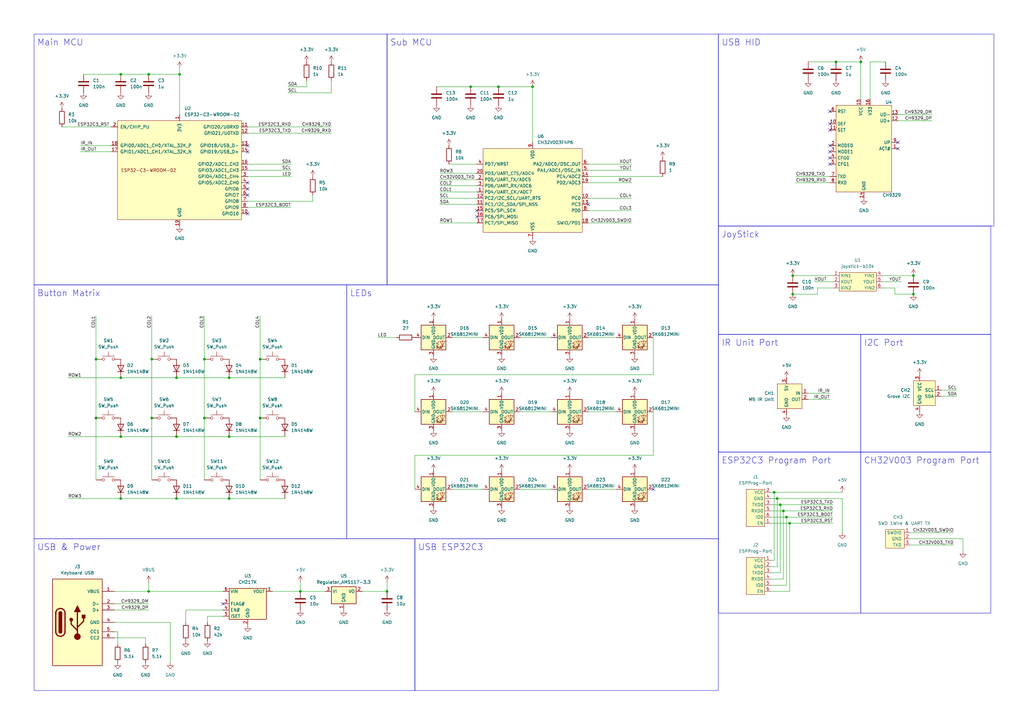
<source format=kicad_sch>
(kicad_sch (version 20230121) (generator eeschema)
  (paper "A3")
  (title_block (title "SparrowTV") (rev "1.1.0"))
  (junction (at 218.44 35.56))
  (junction (at 93.98 204.47))
  (junction (at 93.98 179.07))
  (junction (at 204.47 35.56))
  (junction (at 49.53 204.47))
  (junction (at 93.98 154.94))
  (junction (at 62.23 147.32))
  (junction (at 49.53 179.07))
  (junction (at 322.58 212.09))
  (junction (at 318.77 204.47))
  (junction (at 60.96 30.48))
  (junction (at 320.04 207.01))
  (junction (at 106.68 171.45))
  (junction (at 374.65 120.65))
  (junction (at 83.82 171.45))
  (junction (at 323.85 214.63))
  (junction (at 158.75 242.57))
  (junction (at 321.31 209.55))
  (junction (at 374.65 113.03))
  (junction (at 72.39 154.94))
  (junction (at 83.82 147.32))
  (junction (at 325.12 120.65))
  (junction (at 123.19 242.57))
  (junction (at 106.68 147.32))
  (junction (at 60.96 242.57))
  (junction (at 39.37 147.32))
  (junction (at 73.66 30.48))
  (junction (at 317.5 201.93))
  (junction (at 342.9 25.4))
  (junction (at 193.04 35.56))
  (junction (at 353.06 25.4))
  (junction (at 325.12 113.03))
  (junction (at 62.23 171.45))
  (junction (at 39.37 171.45))
  (junction (at 72.39 179.07))
  (junction (at 49.53 154.94))
  (junction (at 49.53 30.48))
  (junction (at 72.39 204.47))
  (no_connect (at 101.6 62.23))
  (no_connect (at 368.3 60.96))
  (no_connect (at 368.3 58.42))
  (no_connect (at 340.36 53.34))
  (no_connect (at 340.36 64.77))
  (no_connect (at 241.3 83.82))
  (no_connect (at 340.36 59.69))
  (no_connect (at 340.36 62.23))
  (no_connect (at 340.36 50.8))
  (no_connect (at 267.97 200.66))
  (no_connect (at 195.58 86.36))
  (no_connect (at 101.6 59.69))
  (no_connect (at 195.58 88.9))
  (no_connect (at 101.6 77.47))
  (no_connect (at 101.6 80.01))
  (no_connect (at 340.36 45.72))
  (no_connect (at 101.6 87.63))
  (no_connect (at 340.36 67.31))
  (no_connect (at 91.44 247.65))
  (no_connect (at 101.6 74.93))
  (wire (pts (xy 72.39 154.94) (xy 93.98 154.94)))
  (wire (pts (xy 33.02 59.69) (xy 45.72 59.69)))
  (wire (pts (xy 101.6 52.07) (xy 135.89 52.07)))
  (wire (pts (xy 180.34 76.2) (xy 195.58 76.2)))
  (wire (pts (xy 373.38 218.44) (xy 391.16 218.44)))
  (wire (pts (xy 241.3 74.93) (xy 259.08 74.93)))
  (wire (pts (xy 154.94 138.43) (xy 162.56 138.43)))
  (wire (pts (xy 101.6 54.61) (xy 135.89 54.61)))
  (wire (pts (xy 184.15 67.31) (xy 195.58 67.31)))
  (wire (pts (xy 368.3 49.53) (xy 382.27 49.53)))
  (wire (pts (xy 316.23 207.01) (xy 320.04 207.01)))
  (wire (pts (xy 60.96 238.76) (xy 60.96 242.57)))
  (wire (pts (xy 185.42 138.43) (xy 198.12 138.43)))
  (wire (pts (xy 76.2 250.19) (xy 91.44 250.19)))
  (wire (pts (xy 361.95 113.03) (xy 374.65 113.03)))
  (wire (pts (xy 180.34 81.28) (xy 195.58 81.28)))
  (wire (pts (xy 25.4 52.07) (xy 45.72 52.07)))
  (wire (pts (xy 135.89 38.1) (xy 135.89 33.02)))
  (wire (pts (xy 128.27 82.55) (xy 128.27 80.01)))
  (wire (pts (xy 373.38 223.52) (xy 391.16 223.52)))
  (wire (pts (xy 353.06 25.4) (xy 353.06 40.64)))
  (wire (pts (xy 316.23 237.49) (xy 321.31 237.49)))
  (wire (pts (xy 48.26 259.08) (xy 48.26 264.16)))
  (wire (pts (xy 335.28 120.65) (xy 325.12 120.65)))
  (wire (pts (xy 46.99 242.57) (xy 60.96 242.57)))
  (wire (pts (xy 386.08 160.02) (xy 392.43 160.02)))
  (wire (pts (xy 241.3 86.36) (xy 259.08 86.36)))
  (wire (pts (xy 218.44 35.56) (xy 204.47 35.56)))
  (wire (pts (xy 46.99 247.65) (xy 60.96 247.65)))
  (wire (pts (xy 342.9 25.4) (xy 353.06 25.4)))
  (wire (pts (xy 241.3 91.44) (xy 259.08 91.44)))
  (wire (pts (xy 39.37 129.54) (xy 39.37 147.32)))
  (wire (pts (xy 318.77 232.41) (xy 318.77 204.47)))
  (wire (pts (xy 83.82 171.45) (xy 83.82 196.85)))
  (wire (pts (xy 345.44 204.47) (xy 345.44 218.44)))
  (wire (pts (xy 323.85 214.63) (xy 341.63 214.63)))
  (wire (pts (xy 69.85 255.27) (xy 46.99 255.27)))
  (wire (pts (xy 204.47 35.56) (xy 193.04 35.56)))
  (wire (pts (xy 267.97 138.43) (xy 267.97 153.67)))
  (wire (pts (xy 39.37 171.45) (xy 39.37 196.85)))
  (wire (pts (xy 321.31 209.55) (xy 341.63 209.55)))
  (wire (pts (xy 123.19 238.76) (xy 123.19 242.57)))
  (wire (pts (xy 123.19 242.57) (xy 133.35 242.57)))
  (wire (pts (xy 361.95 115.57) (xy 369.57 115.57)))
  (wire (pts (xy 93.98 204.47) (xy 116.84 204.47)))
  (wire (pts (xy 180.34 71.12) (xy 195.58 71.12)))
  (wire (pts (xy 111.76 242.57) (xy 123.19 242.57)))
  (wire (pts (xy 335.28 118.11) (xy 335.28 120.65)))
  (wire (pts (xy 93.98 154.94) (xy 116.84 154.94)))
  (wire (pts (xy 83.82 147.32) (xy 83.82 171.45)))
  (wire (pts (xy 85.09 252.73) (xy 91.44 252.73)))
  (wire (pts (xy 316.23 212.09) (xy 322.58 212.09)))
  (wire (pts (xy 27.94 179.07) (xy 49.53 179.07)))
  (wire (pts (xy 34.29 30.48) (xy 49.53 30.48)))
  (wire (pts (xy 341.63 118.11) (xy 335.28 118.11)))
  (wire (pts (xy 62.23 129.54) (xy 62.23 147.32)))
  (wire (pts (xy 118.11 38.1) (xy 135.89 38.1)))
  (wire (pts (xy 317.5 201.93) (xy 345.44 201.93)))
  (wire (pts (xy 323.85 242.57) (xy 323.85 214.63)))
  (wire (pts (xy 62.23 171.45) (xy 62.23 196.85)))
  (wire (pts (xy 180.34 91.44) (xy 195.58 91.44)))
  (wire (pts (xy 316.23 214.63) (xy 323.85 214.63)))
  (wire (pts (xy 331.47 163.83) (xy 340.36 163.83)))
  (wire (pts (xy 93.98 179.07) (xy 116.84 179.07)))
  (wire (pts (xy 241.3 69.85) (xy 259.08 69.85)))
  (wire (pts (xy 316.23 229.87) (xy 317.5 229.87)))
  (wire (pts (xy 62.23 147.32) (xy 62.23 171.45)))
  (wire (pts (xy 213.36 168.91) (xy 226.06 168.91)))
  (wire (pts (xy 321.31 237.49) (xy 321.31 209.55)))
  (wire (pts (xy 49.53 154.94) (xy 72.39 154.94)))
  (wire (pts (xy 60.96 30.48) (xy 73.66 30.48)))
  (wire (pts (xy 213.36 200.66) (xy 226.06 200.66)))
  (wire (pts (xy 325.12 113.03) (xy 341.63 113.03)))
  (wire (pts (xy 316.23 201.93) (xy 317.5 201.93)))
  (wire (pts (xy 101.6 67.31) (xy 119.38 67.31)))
  (wire (pts (xy 267.97 186.69) (xy 170.18 186.69)))
  (wire (pts (xy 213.36 138.43) (xy 226.06 138.43)))
  (wire (pts (xy 267.97 168.91) (xy 267.97 186.69)))
  (wire (pts (xy 180.34 78.74) (xy 195.58 78.74)))
  (wire (pts (xy 49.53 179.07) (xy 72.39 179.07)))
  (wire (pts (xy 367.03 120.65) (xy 374.65 120.65)))
  (wire (pts (xy 60.96 30.48) (xy 49.53 30.48)))
  (wire (pts (xy 326.39 72.39) (xy 340.36 72.39)))
  (wire (pts (xy 320.04 207.01) (xy 341.63 207.01)))
  (wire (pts (xy 316.23 242.57) (xy 323.85 242.57)))
  (wire (pts (xy 33.02 62.23) (xy 45.72 62.23)))
  (wire (pts (xy 331.47 25.4) (xy 342.9 25.4)))
  (wire (pts (xy 241.3 81.28) (xy 259.08 81.28)))
  (wire (pts (xy 179.07 35.56) (xy 193.04 35.56)))
  (wire (pts (xy 83.82 129.54) (xy 83.82 147.32)))
  (wire (pts (xy 326.39 74.93) (xy 340.36 74.93)))
  (wire (pts (xy 60.96 242.57) (xy 91.44 242.57)))
  (wire (pts (xy 334.01 115.57) (xy 341.63 115.57)))
  (wire (pts (xy 73.66 27.94) (xy 73.66 30.48)))
  (wire (pts (xy 106.68 171.45) (xy 106.68 196.85)))
  (wire (pts (xy 101.6 72.39) (xy 119.38 72.39)))
  (wire (pts (xy 49.53 204.47) (xy 72.39 204.47)))
  (wire (pts (xy 241.3 138.43) (xy 252.73 138.43)))
  (wire (pts (xy 394.97 220.98) (xy 394.97 226.06)))
  (wire (pts (xy 185.42 168.91) (xy 198.12 168.91)))
  (wire (pts (xy 180.34 83.82) (xy 195.58 83.82)))
  (wire (pts (xy 101.6 85.09) (xy 119.38 85.09)))
  (wire (pts (xy 241.3 72.39) (xy 271.78 72.39)))
  (wire (pts (xy 394.97 220.98) (xy 373.38 220.98)))
  (wire (pts (xy 76.2 250.19) (xy 76.2 255.27)))
  (wire (pts (xy 101.6 82.55) (xy 128.27 82.55)))
  (wire (pts (xy 367.03 118.11) (xy 367.03 120.65)))
  (wire (pts (xy 125.73 33.02) (xy 125.73 35.56)))
  (wire (pts (xy 106.68 147.32) (xy 106.68 171.45)))
  (wire (pts (xy 46.99 261.62) (xy 59.69 261.62)))
  (wire (pts (xy 241.3 168.91) (xy 252.73 168.91)))
  (wire (pts (xy 267.97 153.67) (xy 170.18 153.67)))
  (wire (pts (xy 73.66 30.48) (xy 73.66 46.99)))
  (wire (pts (xy 317.5 229.87) (xy 317.5 201.93)))
  (wire (pts (xy 39.37 147.32) (xy 39.37 171.45)))
  (wire (pts (xy 320.04 234.95) (xy 320.04 207.01)))
  (wire (pts (xy 72.39 179.07) (xy 93.98 179.07)))
  (wire (pts (xy 46.99 259.08) (xy 48.26 259.08)))
  (wire (pts (xy 331.47 161.29) (xy 340.36 161.29)))
  (wire (pts (xy 158.75 238.76) (xy 158.75 242.57)))
  (wire (pts (xy 27.94 204.47) (xy 49.53 204.47)))
  (wire (pts (xy 316.23 240.03) (xy 322.58 240.03)))
  (wire (pts (xy 316.23 209.55) (xy 321.31 209.55)))
  (wire (pts (xy 218.44 35.56) (xy 218.44 58.42)))
  (wire (pts (xy 241.3 67.31) (xy 259.08 67.31)))
  (wire (pts (xy 316.23 234.95) (xy 320.04 234.95)))
  (wire (pts (xy 148.59 242.57) (xy 158.75 242.57)))
  (wire (pts (xy 386.08 162.56) (xy 392.43 162.56)))
  (wire (pts (xy 59.69 261.62) (xy 59.69 264.16)))
  (wire (pts (xy 27.94 154.94) (xy 49.53 154.94)))
  (wire (pts (xy 185.42 200.66) (xy 198.12 200.66)))
  (wire (pts (xy 356.87 25.4) (xy 363.22 25.4)))
  (wire (pts (xy 69.85 271.78) (xy 69.85 255.27)))
  (wire (pts (xy 322.58 212.09) (xy 341.63 212.09)))
  (wire (pts (xy 241.3 200.66) (xy 252.73 200.66)))
  (wire (pts (xy 316.23 204.47) (xy 318.77 204.47)))
  (wire (pts (xy 170.18 186.69) (xy 170.18 200.66)))
  (wire (pts (xy 170.18 153.67) (xy 170.18 168.91)))
  (wire (pts (xy 85.09 255.27) (xy 85.09 252.73)))
  (wire (pts (xy 368.3 46.99) (xy 382.27 46.99)))
  (wire (pts (xy 322.58 240.03) (xy 322.58 212.09)))
  (wire (pts (xy 316.23 232.41) (xy 318.77 232.41)))
  (wire (pts (xy 118.11 35.56) (xy 125.73 35.56)))
  (wire (pts (xy 318.77 204.47) (xy 345.44 204.47)))
  (wire (pts (xy 106.68 129.54) (xy 106.68 147.32)))
  (wire (pts (xy 180.34 73.66) (xy 195.58 73.66)))
  (wire (pts (xy 101.6 69.85) (xy 119.38 69.85)))
  (wire (pts (xy 72.39 204.47) (xy 93.98 204.47)))
  (wire (pts (xy 46.99 250.19) (xy 60.96 250.19)))
  (wire (pts (xy 361.95 118.11) (xy 367.03 118.11)))
  (wire (pts (xy 356.87 40.64) (xy 356.87 25.4)))
  (rectangle (start 13.97 13.97) (end 158.75 116.84))
  (rectangle (start 353.06 137.16) (end 406.4 185.42))
  (rectangle (start 142.24 116.84) (end 294.64 220.98))
  (rectangle (start 170.18 220.98) (end 294.64 283.21))
  (rectangle (start 13.97 116.84) (end 142.24 220.98))
  (rectangle (start 294.64 92.71) (end 406.4 137.16))
  (rectangle (start 158.75 13.97) (end 294.64 116.84))
  (rectangle (start 294.64 137.16) (end 353.06 185.42))
  (rectangle (start 294.64 185.42) (end 353.06 251.46))
  (rectangle (start 294.64 13.97) (end 407.67 92.71))
  (rectangle (start 13.97 220.98) (end 170.18 283.21))
  (rectangle (start 353.06 185.42) (end 406.4 251.46))
  (text "CH32V003 Program Port" (at 354.33 190.5 0) (effects (font (size 2.54 2.54)) (justify left bottom)))
  (text "LEDs" (at 143.51 121.92 0) (effects (font (size 2.54 2.54)) (justify left bottom)))
  (text "USB HID" (at 295.91 19.05 0) (effects (font (size 2.54 2.54)) (justify left bottom)))
  (text "Main MCU" (at 15.24 19.05 0) (effects (font (size 2.54 2.54)) (justify left bottom)))
  (text "IR Unit Port" (at 295.91 142.24 0) (effects (font (size 2.54 2.54)) (justify left bottom)))
  (text "USB & Power" (at 15.24 226.06 0) (effects (font (size 2.54 2.54)) (justify left bottom)))
  (text "USB ESP32C3" (at 171.45 226.06 0) (effects (font (size 2.54 2.54)) (justify left bottom)))
  (text "Sub MCU" (at 160.02 19.05 0) (effects (font (size 2.54 2.54)) (justify left bottom)))
  (text "ESP32C3 Program Port" (at 295.91 190.5 0) (effects (font (size 2.54 2.54)) (justify left bottom)))
  (text "I2C Port" (at 354.33 142.24 0) (effects (font (size 2.54 2.54)) (justify left bottom)))
  (text "Button Matrix" (at 15.24 121.92 0) (effects (font (size 2.54 2.54)) (justify left bottom)))
  (text "JoyStick" (at 295.91 97.79 0) (effects (font (size 2.54 2.54)) (justify left bottom)))
  (label "CH32V003_SWDIO" (at 259.08 91.44 180))
  (label "COL3" (at 83.82 129.54 270))
  (label "CH9329_DM" (at 60.96 247.65 180))
  (label "CH9329_DP" (at 382.27 49.53 180))
  (label "CH9329_TXD" (at 326.39 72.39 0))
  (label "SCL" (at 118.11 38.1 0))
  (label "IR_IN" (at 33.02 59.69 0))
  (label "ESP32C3_RST" (at 341.63 214.63 180))
  (label "CH9329_DP" (at 60.96 250.19 180))
  (label "CH32V003_SWDIO" (at 391.16 218.44 180))
  (label "IR_OUT" (at 340.36 163.83 180))
  (label "CH9329_RXD" (at 326.39 74.93 0))
  (label "IR_IN" (at 340.36 161.29 180))
  (label "ESP32C3_TXD" (at 341.63 207.01 180))
  (label "XOUT" (at 334.01 115.57 0))
  (label "ESP32C3_RST" (at 31.75 52.07 0))
  (label "YOUT" (at 369.57 115.57 180))
  (label "ROW2" (at 27.94 179.07 0))
  (label "COL2" (at 180.34 76.2 0))
  (label "COL2" (at 62.23 129.54 270))
  (label "ESP32C3_BOOT" (at 341.63 212.09 180))
  (label "ESP32C3_BOOT" (at 119.38 85.09 180))
  (label "IR_OUT" (at 33.02 62.23 0))
  (label "CH32V003_TXD" (at 391.16 223.52 180))
  (label "ROW2" (at 259.08 74.93 180))
  (label "ROW1" (at 180.34 91.44 0))
  (label "ROW1" (at 27.94 154.94 0))
  (label "YOUT" (at 259.08 69.85 180))
  (label "SDA" (at 180.34 83.82 0))
  (label "CH32V003_TXD" (at 180.34 73.66 0))
  (label "SDA" (at 119.38 67.31 180))
  (label "SDA" (at 392.43 162.56 180))
  (label "COL4" (at 259.08 81.28 180))
  (label "COL3" (at 259.08 86.36 180))
  (label "ESP32C3_TXD" (at 119.38 54.61 180))
  (label "LED" (at 154.94 138.43 0))
  (label "COL1" (at 180.34 78.74 0))
  (label "SCL" (at 119.38 69.85 180))
  (label "XOUT" (at 259.08 67.31 180))
  (label "ROW3" (at 27.94 204.47 0))
  (label "ROW3" (at 180.34 71.12 0))
  (label "COL4" (at 106.68 129.54 270))
  (label "SCL" (at 180.34 81.28 0))
  (label "CH9329_DM" (at 382.27 46.99 180))
  (label "CH9329_TXD" (at 135.89 52.07 180))
  (label "CH9329_RXD" (at 135.89 54.61 180))
  (label "ESP32C3_RXD" (at 119.38 52.07 180))
  (label "ESP32C3_RXD" (at 341.63 209.55 180))
  (label "LED" (at 119.38 72.39 180))
  (label "COL1" (at 39.37 129.54 270))
  (label "SCL" (at 392.43 160.02 180))
  (label "SDA" (at 118.11 35.56 0))
  (symbol (lib_id "power:GND") (at 85.09 262.89 0) (unit 1)
    (property "Reference" "#PWR02" (effects hide))
    (property "Value" "GND" (at 85.09 267.97 0))
  )
  (symbol (lib_id "Switch:SW_Push") (at 88.9 171.45 0) (unit 1)
    (property "Reference" "SW7" (at 88.9 163.83 0))
    (property "Value" "SW_Push" (at 88.9 166.37 0))
    (property "Footprint" "$sparrow62:Choc_1Side_1.0u" (effects hide))
  )
  (symbol (lib_id "power:GND") (at 48.26 271.78 0) (unit 1)
    (property "Reference" "#PWR065" (effects hide))
    (property "Value" "GND" (at 48.26 276.86 0))
  )
  (symbol (lib_id "Device:R") (at 166.37 138.43 270) (unit 1)
    (property "Reference" "R1" (at 166.37 132.08 90))
    (property "Value" "27" (at 166.37 134.62 90))
    (property "Footprint" "$74th:Register_0805_2012" (effects hide))
  )
  (symbol (lib_id "power:GND") (at 204.47 43.18 0) (unit 1)
    (property "Reference" "#PWR018" (effects hide))
    (property "Value" "GND" (at 204.47 48.26 0))
  )
  (symbol (lib_id "power:+3.3V") (at 73.66 27.94 0) (unit 1)
    (property "Reference" "#PWR060" (effects hide))
    (property "Value" "+3.3V" (at 73.66 22.86 0))
  )
  (symbol (lib_id "Device:C") (at 363.22 29.21 0) (unit 1)
    (property "Reference" "C4" (at 367.03 27.94 0) (effects (justify left)))
    (property "Value" "100n" (at 367.03 30.48 0) (effects (justify left)))
    (property "Footprint" "$74th:Capacitor_0805_2012" (effects hide))
  )
  (symbol (lib_id "power:+3.3V") (at 374.65 113.03 0) (unit 1)
    (property "Reference" "#PWR038" (effects hide))
    (property "Value" "+3.3V" (at 374.65 107.95 0))
  )
  (symbol (lib_id "$74th:SK6812MINI") (at 260.35 168.91 0) (unit 1)
    (property "Reference" "D17" (at 273.05 165.0239 0))
    (property "Value" "SK6812MINI" (at 273.05 167.5639 0))
    (property "Footprint" "$74th:YS-SK6812MINI-E-BACK-RIGHT" (effects hide))
    (property "Datasheet" "https://cdn-shop.adafruit.com/product-files/2686/SK6812MINI_REV.01-1-2.pdf" (effects hide))
  )
  (symbol (lib_id "power:GND") (at 345.44 218.44 0) (unit 1)
    (property "Reference" "#PWR07" (effects hide))
    (property "Value" "GND" (at 345.44 223.52 0))
  )
  (symbol (lib_id "$74th:SK6812MINI") (at 205.74 168.91 0) (unit 1)
    (property "Reference" "D19" (at 218.44 165.0239 0))
    (property "Value" "SK6812MINI" (at 218.44 167.5639 0))
    (property "Footprint" "$74th:YS-SK6812MINI-E-BACK-RIGHT" (effects hide))
    (property "Datasheet" "https://cdn-shop.adafruit.com/product-files/2686/SK6812MINI_REV.01-1-2.pdf" (effects hide))
  )
  (symbol (lib_id "$74th:SK6812MINI") (at 233.68 168.91 0) (unit 1)
    (property "Reference" "D18" (at 246.38 165.0239 0))
    (property "Value" "SK6812MINI" (at 246.38 167.5639 0))
    (property "Footprint" "$74th:YS-SK6812MINI-E-BACK-RIGHT" (effects hide))
    (property "Datasheet" "https://cdn-shop.adafruit.com/product-files/2686/SK6812MINI_REV.01-1-2.pdf" (effects hide))
  )
  (symbol (lib_id "Device:R") (at 59.69 267.97 0) (unit 1)
    (property "Reference" "R7" (at 62.23 266.7 0) (effects (justify left)))
    (property "Value" "5.1k" (at 62.23 269.24 0) (effects (justify left)))
    (property "Footprint" "$74th:Register_0805_2012" (effects hide))
  )
  (symbol (lib_id "power:+3.3V") (at 135.89 25.4 0) (unit 1)
    (property "Reference" "#PWR061" (effects hide))
    (property "Value" "+3.3V" (at 135.89 20.32 0))
  )
  (symbol (lib_id "power:GND") (at 377.19 168.91 0) (unit 1)
    (property "Reference" "#PWR042" (effects hide))
    (property "Value" "GND" (at 377.19 173.99 0))
  )
  (symbol (lib_id "power:+3.3V") (at 205.74 161.29 0) (unit 1)
    (property "Reference" "#PWR054" (effects hide))
    (property "Value" "+3.3V" (at 205.74 156.21 0))
  )
  (symbol (lib_id "power:GND") (at 76.2 262.89 0) (unit 1)
    (property "Reference" "#PWR01" (effects hide))
    (property "Value" "GND" (at 76.2 267.97 0))
  )
  (symbol (lib_id "power:+3.3V") (at 125.73 25.4 0) (unit 1)
    (property "Reference" "#PWR024" (effects hide))
    (property "Value" "+3.3V" (at 125.73 20.32 0))
  )
  (symbol (lib_id "Switch:SW_Push") (at 88.9 196.85 0) (unit 1)
    (property "Reference" "SW11" (at 88.9 189.23 0))
    (property "Value" "SW_Push" (at 88.9 191.77 0))
    (property "Footprint" "$sparrow62:Choc_1Side_1.0u" (effects hide))
  )
  (symbol (lib_id "power:+3.3V") (at 205.74 130.81 0) (unit 1)
    (property "Reference" "#PWR032" (effects hide))
    (property "Value" "+3.3V" (at 205.74 125.73 0))
  )
  (symbol (lib_id "power:GND") (at 60.96 38.1 0) (unit 1)
    (property "Reference" "#PWR022" (effects hide))
    (property "Value" "GND" (at 60.96 43.18 0))
  )
  (symbol (lib_id "power:GND") (at 233.68 176.53 0) (unit 1)
    (property "Reference" "#PWR027" (effects hide))
    (property "Value" "GND" (at 233.68 181.61 0))
  )
  (symbol (lib_id "power:GND") (at 177.8 208.28 0) (unit 1)
    (property "Reference" "#PWR017" (effects hide))
    (property "Value" "GND" (at 177.8 213.36 0))
  )
  (symbol (lib_id "Switch:SW_Push") (at 67.31 196.85 0) (unit 1)
    (property "Reference" "SW10" (at 67.31 189.23 0))
    (property "Value" "SW_Push" (at 67.31 191.77 0))
    (property "Footprint" "$sparrow62:Choc_1Side_1.0u" (effects hide))
  )
  (symbol (lib_id "$74th:M5_IR_Unit") (at 326.39 160.02 0) (unit 1)
    (property "Reference" "CH1" (at 317.5 161.29 0) (effects (justify right)))
    (property "Value" "M5 IR Unit" (at 317.5 163.83 0) (effects (justify right)))
    (property "Footprint" "$74th:HY2.0_Socket_SMD_4Pin" (effects hide))
  )
  (symbol (lib_id "power:+3.3V") (at 325.12 113.03 0) (unit 1)
    (property "Reference" "#PWR036" (effects hide))
    (property "Value" "+3.3V" (at 325.12 107.95 0))
  )
  (symbol (lib_id "power:GND") (at 177.8 176.53 0) (unit 1)
    (property "Reference" "#PWR015" (effects hide))
    (property "Value" "GND" (at 177.8 181.61 0))
  )
  (symbol (lib_id "Switch:SW_Push") (at 111.76 171.45 0) (unit 1)
    (property "Reference" "SW8" (at 111.76 163.83 0))
    (property "Value" "SW_Push" (at 111.76 166.37 0))
    (property "Footprint" "$sparrow62:Choc_1Side_1.0u" (effects hide))
  )
  (symbol (lib_id "Device:D") (at 49.53 151.13 90) (unit 1)
    (property "Reference" "D2" (at 52.07 149.86 90) (effects (justify right)))
    (property "Value" "1N4148W" (at 52.07 152.4 90) (effects (justify right)))
    (property "Footprint" "$sparrow62:D3_SMD_v2" (effects hide))
    (property "Sim.Device" "D" (effects hide))
    (property "Sim.Pins" "1=K 2=A" (effects hide))
  )
  (symbol (lib_id "Device:D") (at 116.84 175.26 90) (unit 1)
    (property "Reference" "D5" (at 119.38 173.99 90) (effects (justify right)))
    (property "Value" "1N4148W" (at 119.38 176.53 90) (effects (justify right)))
    (property "Footprint" "$sparrow62:D3_SMD_v2" (effects hide))
    (property "Sim.Device" "D" (effects hide))
    (property "Sim.Pins" "1=K 2=A" (effects hide))
  )
  (symbol (lib_id "$74th:SK6812MINI") (at 177.8 138.43 0) (unit 1)
    (property "Reference" "D16" (at 190.5 134.5439 0))
    (property "Value" "SK6812MINI" (at 190.5 137.0839 0))
    (property "Footprint" "$74th:YS-SK6812MINI-E-BACK-RIGHT" (effects hide))
    (property "Datasheet" "https://cdn-shop.adafruit.com/product-files/2686/SK6812MINI_REV.01-1-2.pdf" (effects hide))
  )
  (symbol (lib_id "Device:D") (at 93.98 200.66 90) (unit 1)
    (property "Reference" "D10" (at 96.52 199.39 90) (effects (justify right)))
    (property "Value" "1N4148W" (at 96.52 201.93 90) (effects (justify right)))
    (property "Footprint" "$sparrow62:D3_SMD_v2" (effects hide))
    (property "Sim.Device" "D" (effects hide))
    (property "Sim.Pins" "1=K 2=A" (effects hide))
  )
  (symbol (lib_id "Device:C") (at 158.75 246.38 0) (unit 1)
    (property "Reference" "C8" (at 162.56 245.11 0) (effects (justify left)))
    (property "Value" "10u" (at 162.56 247.65 0) (effects (justify left)))
    (property "Footprint" "$74th:Capacitor_0805_2012" (effects hide))
  )
  (symbol (lib_id "$74th:USB2.0_C_v3") (at 31.75 255.27 0) (unit 1)
    (property "Reference" "J3" (at 31.75 232.41 0))
    (property "Value" "Keyboard USB" (at 31.75 234.95 0))
    (property "Footprint" "$74th:USB-C-12-Pin-SMD" (effects hide))
    (property "Datasheet" "https://www.usb.org/sites/default/files/documents/usb_type-c.zip" (effects hide))
  )
  (symbol (lib_id "$74th:CH32V003-DubugPort") (at 367.03 220.98 0) (unit 1)
    (property "Reference" "CH3" (at 368.3 212.09 0))
    (property "Value" "SWD 1Wire & UART TX" (at 370.84 214.63 0))
    (property "Footprint" "$74th:CH32V003-DebugPort" (effects hide))
  )
  (symbol (lib_id "power:GND") (at 260.35 208.28 0) (unit 1)
    (property "Reference" "#PWR035" (effects hide))
    (property "Value" "GND" (at 260.35 213.36 0))
  )
  (symbol (lib_id "$74th:SK6812MINI") (at 233.68 138.43 0) (unit 1)
    (property "Reference" "D14" (at 246.38 134.5439 0))
    (property "Value" "SK6812MINI" (at 246.38 137.0839 0))
    (property "Footprint" "$74th:YS-SK6812MINI-E-BACK-RIGHT" (effects hide))
    (property "Datasheet" "https://cdn-shop.adafruit.com/product-files/2686/SK6812MINI_REV.01-1-2.pdf" (effects hide))
  )
  (symbol (lib_id "$74th:ESP-Prog-ProgramCOM-RECV") (at 309.88 204.47 0) (unit 1)
    (property "Reference" "J1" (at 309.88 195.58 0))
    (property "Value" "ESPProg-Port" (at 309.88 198.12 0))
    (property "Footprint" "$74th:BoxPinHeader_2x03_P1.27mm_Vertical" (effects hide))
  )
  (symbol (lib_id "power:GND") (at 34.29 38.1 0) (unit 1)
    (property "Reference" "#PWR026" (effects hide))
    (property "Value" "GND" (at 34.29 43.18 0))
  )
  (symbol (lib_id "power:GND") (at 325.12 120.65 0) (unit 1)
    (property "Reference" "#PWR037" (effects hide))
    (property "Value" "GND" (at 325.12 125.73 0))
  )
  (symbol (lib_id "Device:C") (at 123.19 246.38 0) (unit 1)
    (property "Reference" "C5" (at 127 245.11 0) (effects (justify left)))
    (property "Value" "10u" (at 127 247.65 0) (effects (justify left)))
    (property "Footprint" "$74th:Capacitor_0805_2012" (effects hide))
  )
  (symbol (lib_id "power:GND") (at 394.97 226.06 0) (unit 1)
    (property "Reference" "#PWR041" (effects hide))
    (property "Value" "GND" (at 394.97 231.14 0))
  )
  (symbol (lib_id "Device:R") (at 271.78 68.58 0) (unit 1)
    (property "Reference" "R9" (at 274.32 67.31 0) (effects (justify left)))
    (property "Value" "1" (at 274.32 69.85 0) (effects (justify left)))
    (property "Footprint" "$74th:Register_0805_2012" (effects hide))
  )
  (symbol (lib_id "power:GND") (at 177.8 146.05 0) (unit 1)
    (property "Reference" "#PWR013" (effects hide))
    (property "Value" "GND" (at 177.8 151.13 0))
  )
  (symbol (lib_id "Device:C") (at 34.29 34.29 0) (unit 1)
    (property "Reference" "C1" (at 38.1 33.02 0) (effects (justify left)))
    (property "Value" "100n" (at 38.1 35.56 0) (effects (justify left)))
    (property "Footprint" "$74th:Capacitor_0805_2012" (effects hide))
  )
  (symbol (lib_id "power:GND") (at 331.47 33.02 0) (unit 1)
    (property "Reference" "#PWR046" (effects hide))
    (property "Value" "GND" (at 331.47 38.1 0))
  )
  (symbol (lib_id "power:+3.3V") (at 177.8 193.04 0) (unit 1)
    (property "Reference" "#PWR057" (effects hide))
    (property "Value" "+3.3V" (at 177.8 187.96 0))
  )
  (symbol (lib_id "Device:D") (at 93.98 175.26 90) (unit 1)
    (property "Reference" "D8" (at 96.52 173.99 90) (effects (justify right)))
    (property "Value" "1N4148W" (at 96.52 176.53 90) (effects (justify right)))
    (property "Footprint" "$sparrow62:D3_SMD_v2" (effects hide))
    (property "Sim.Device" "D" (effects hide))
    (property "Sim.Pins" "1=K 2=A" (effects hide))
  )
  (symbol (lib_id "Device:R") (at 125.73 29.21 0) (unit 1)
    (property "Reference" "R10" (at 128.27 27.94 0) (effects (justify left)))
    (property "Value" "1k" (at 128.27 30.48 0) (effects (justify left)))
    (property "Footprint" "$74th:Register_0805_2012" (effects hide))
  )
  (symbol (lib_id "power:+3.3V") (at 25.4 44.45 0) (unit 1)
    (property "Reference" "#PWR064" (effects hide))
    (property "Value" "+3.3V" (at 25.4 39.37 0))
  )
  (symbol (lib_id "power:GND") (at 179.07 43.18 0) (unit 1)
    (property "Reference" "#PWR012" (effects hide))
    (property "Value" "GND" (at 179.07 48.26 0))
  )
  (symbol (lib_id "power:VBUS") (at 60.96 238.76 0) (unit 1)
    (property "Reference" "#PWR040" (effects hide))
    (property "Value" "VBUS" (at 60.96 233.68 0))
  )
  (symbol (lib_id "Device:R") (at 76.2 259.08 0) (unit 1)
    (property "Reference" "R4" (at 78.74 257.81 0) (effects (justify left)))
    (property "Value" "10k" (at 78.74 260.35 0) (effects (justify left)))
    (property "Footprint" "$74th:Register_0805_2012" (effects hide))
  )
  (symbol (lib_id "$74th:I2C_Grove_HostSide") (at 379.73 160.02 0) (unit 1)
    (property "Reference" "CH2" (at 373.38 160.02 0) (effects (justify right)))
    (property "Value" "Grove I2C" (at 373.38 162.56 0) (effects (justify right)))
    (property "Footprint" "$74th:HY2.0_Socket_SMD_4Pin" (effects hide))
  )
  (symbol (lib_id "Device:R") (at 25.4 48.26 0) (unit 1)
    (property "Reference" "R3" (at 27.94 46.99 0) (effects (justify left)))
    (property "Value" "10k" (at 27.94 49.53 0) (effects (justify left)))
    (property "Footprint" "$74th:Register_0805_2012" (effects hide))
  )
  (symbol (lib_id "Device:C") (at 374.65 116.84 0) (unit 1)
    (property "Reference" "C9" (at 378.46 115.5699 0) (effects (justify left)))
    (property "Value" "100n" (at 378.46 118.1099 0) (effects (justify left)))
    (property "Footprint" "$74th:Capacitor_0805_2012" (effects hide))
  )
  (symbol (lib_id "$74th:CH32V003F4P6") (at 218.44 85.09 0) (unit 1)
    (property "Reference" "U6" (at 220.3959 55.88 0) (effects (justify left)))
    (property "Value" "CH32V003F4P6" (at 220.3959 58.42 0) (effects (justify left)))
    (property "Footprint" "Package_SO:TSSOP-20_4.4x6.5mm_P0.65mm" (effects hide))
  )
  (symbol (lib_id "power:+3.3V") (at 233.68 193.04 0) (unit 1)
    (property "Reference" "#PWR059" (effects hide))
    (property "Value" "+3.3V" (at 233.68 187.96 0))
  )
  (symbol (lib_id "power:+3.3V") (at 177.8 161.29 0) (unit 1)
    (property "Reference" "#PWR053" (effects hide))
    (property "Value" "+3.3V" (at 177.8 156.21 0))
  )
  (symbol (lib_id "power:+3.3V") (at 260.35 193.04 0) (unit 1)
    (property "Reference" "#PWR072" (effects hide))
    (property "Value" "+3.3V" (at 260.35 187.96 0))
  )
  (symbol (lib_id "Device:R") (at 135.89 29.21 0) (unit 1)
    (property "Reference" "R11" (at 138.43 27.94 0) (effects (justify left)))
    (property "Value" "1k" (at 138.43 30.48 0) (effects (justify left)))
    (property "Footprint" "$74th:Register_0805_2012" (effects hide))
  )
  (symbol (lib_id "power:+3.3V") (at 377.19 153.67 0) (unit 1)
    (property "Reference" "#PWR043" (effects hide))
    (property "Value" "+3.3V" (at 377.19 148.59 0))
  )
  (symbol (lib_id "Device:C") (at 60.96 34.29 0) (unit 1)
    (property "Reference" "C3" (at 64.77 33.02 0) (effects (justify left)))
    (property "Value" "1u" (at 64.77 35.56 0) (effects (justify left)))
    (property "Footprint" "$74th:Capacitor_0805_2012" (effects hide))
  )
  (symbol (lib_id "power:GND") (at 158.75 250.19 0) (unit 1)
    (property "Reference" "#PWR051" (effects hide))
    (property "Value" "GND" (at 158.75 255.27 0))
  )
  (symbol (lib_id "power:GND") (at 49.53 38.1 0) (unit 1)
    (property "Reference" "#PWR020" (effects hide))
    (property "Value" "GND" (at 49.53 43.18 0))
  )
  (symbol (lib_id "$74th:ESP-Prog-ProgramCOM-RECV-Straight") (at 309.88 232.41 0) (unit 1)
    (property "Reference" "J2" (at 309.88 223.52 0))
    (property "Value" "ESPProg-Port" (at 309.88 226.06 0))
    (property "Footprint" "$74th:6Pin" (effects hide))
  )
  (symbol (lib_id "power:+3.3V") (at 233.68 130.81 0) (unit 1)
    (property "Reference" "#PWR034" (effects hide))
    (property "Value" "+3.3V" (at 233.68 125.73 0))
  )
  (symbol (lib_id "Device:C") (at 331.47 29.21 0) (unit 1)
    (property "Reference" "C6" (at 335.28 27.94 0) (effects (justify left)))
    (property "Value" "100n" (at 335.28 30.48 0) (effects (justify left)))
    (property "Footprint" "$74th:Capacitor_0805_2012" (effects hide))
  )
  (symbol (lib_id "Device:D") (at 72.39 200.66 90) (unit 1)
    (property "Reference" "D11" (at 74.93 199.39 90) (effects (justify right)))
    (property "Value" "1N4148W" (at 74.93 201.93 90) (effects (justify right)))
    (property "Footprint" "$sparrow62:D3_SMD_v2" (effects hide))
    (property "Sim.Device" "D" (effects hide))
    (property "Sim.Pins" "1=K 2=A" (effects hide))
  )
  (symbol (lib_id "power:+5V") (at 345.44 201.93 0) (unit 1)
    (property "Reference" "#PWR05" (effects hide))
    (property "Value" "+5V" (at 345.44 196.85 0))
  )
  (symbol (lib_id "Device:C") (at 193.04 39.37 0) (unit 1)
    (property "Reference" "C11" (at 196.85 38.1 0) (effects (justify left)))
    (property "Value" "100n" (at 196.85 40.64 0) (effects (justify left)))
    (property "Footprint" "$74th:Capacitor_0805_2012" (effects hide))
  )
  (symbol (lib_id "$74th:SK6812MINI") (at 177.8 168.91 0) (unit 1)
    (property "Reference" "D20" (at 190.5 165.0239 0))
    (property "Value" "SK6812MINI" (at 190.5 167.5639 0))
    (property "Footprint" "$74th:YS-SK6812MINI-E-BACK-RIGHT" (effects hide))
    (property "Datasheet" "https://cdn-shop.adafruit.com/product-files/2686/SK6812MINI_REV.01-1-2.pdf" (effects hide))
  )
  (symbol (lib_id "$74th:ESP32-C3-WROOM-02") (at 73.66 69.85 0) (unit 1)
    (property "Reference" "U2" (at 75.6159 44.45 0) (effects (justify left)))
    (property "Value" "ESP32-C3-WROOM-02" (at 75.6159 46.99 0) (effects (justify left)))
    (property "Footprint" "$74th-imported:ESP32-C3-WROOM-02" (effects hide))
    (property "Datasheet" "https://www.espressif.com/sites/default/files/documentation/esp32-c3-wroom-02_datasheet_en.pdf" (effects hide))
  )
  (symbol (lib_id "power:+5V") (at 322.58 154.94 0) (unit 1)
    (property "Reference" "#PWR010" (effects hide))
    (property "Value" "+5V" (at 322.58 149.86 0))
  )
  (symbol (lib_id "Device:C") (at 179.07 39.37 0) (unit 1)
    (property "Reference" "C13" (at 182.88 38.1 0) (effects (justify left)))
    (property "Value" "100n" (at 182.88 40.64 0) (effects (justify left)))
    (property "Footprint" "$74th:Capacitor_0805_2012" (effects hide))
  )
  (symbol (lib_id "$74th:Regulator_AMS117-3.3_SOT223") (at 140.97 242.57 0) (unit 1)
    (property "Reference" "U5" (at 140.97 236.22 0))
    (property "Value" "Regulator_AMS117-3.3" (at 140.97 238.76 0))
    (property "Footprint" "Package_TO_SOT_SMD:SOT-223-3_TabPin2" (effects hide))
  )
  (symbol (lib_id "power:GND") (at 101.6 256.54 0) (unit 1)
    (property "Reference" "#PWR067" (effects hide))
    (property "Value" "GND" (at 101.6 261.62 0))
  )
  (symbol (lib_id "Switch:SW_Push") (at 111.76 196.85 0) (unit 1)
    (property "Reference" "SW12" (at 111.76 189.23 0))
    (property "Value" "SW_Push" (at 111.76 191.77 0))
    (property "Footprint" "$sparrow62:Choc_1Side_1.0u" (effects hide))
  )
  (symbol (lib_id "power:+3.3V") (at 184.15 59.69 0) (unit 1)
    (property "Reference" "#PWR08" (effects hide))
    (property "Value" "+3.3V" (at 184.15 54.61 0))
  )
  (symbol (lib_id "$74th:SK6812MINI") (at 233.68 200.66 0) (unit 1)
    (property "Reference" "D23" (at 246.38 196.7739 0))
    (property "Value" "SK6812MINI" (at 246.38 199.3139 0))
    (property "Footprint" "$74th:YS-SK6812MINI-E-BACK-RIGHT" (effects hide))
    (property "Datasheet" "https://cdn-shop.adafruit.com/product-files/2686/SK6812MINI_REV.01-1-2.pdf" (effects hide))
  )
  (symbol (lib_id "power:+3.3V") (at 177.8 130.81 0) (unit 1)
    (property "Reference" "#PWR030" (effects hide))
    (property "Value" "+3.3V" (at 177.8 125.73 0))
  )
  (symbol (lib_id "power:+5V") (at 353.06 25.4 0) (unit 1)
    (property "Reference" "#PWR044" (effects hide))
    (property "Value" "+5V" (at 353.06 20.32 0))
  )
  (symbol (lib_id "power:GND") (at 59.69 271.78 0) (unit 1)
    (property "Reference" "#PWR066" (effects hide))
    (property "Value" "GND" (at 59.69 276.86 0))
  )
  (symbol (lib_id "power:+3.3V") (at 260.35 161.29 0) (unit 1)
    (property "Reference" "#PWR056" (effects hide))
    (property "Value" "+3.3V" (at 260.35 156.21 0))
  )
  (symbol (lib_id "power:GND") (at 233.68 208.28 0) (unit 1)
    (property "Reference" "#PWR033" (effects hide))
    (property "Value" "GND" (at 233.68 213.36 0))
  )
  (symbol (lib_id "power:+5V") (at 123.19 238.76 0) (unit 1)
    (property "Reference" "#PWR050" (effects hide))
    (property "Value" "+5V" (at 123.19 233.68 0))
  )
  (symbol (lib_id "Device:D") (at 116.84 151.13 90) (unit 1)
    (property "Reference" "D1" (at 119.38 149.86 90) (effects (justify right)))
    (property "Value" "1N4148W" (at 119.38 152.4 90) (effects (justify right)))
    (property "Footprint" "$sparrow62:D3_SMD_v2" (effects hide))
    (property "Sim.Device" "D" (effects hide))
    (property "Sim.Pins" "1=K 2=A" (effects hide))
  )
  (symbol (lib_id "power:GND") (at 363.22 33.02 0) (unit 1)
    (property "Reference" "#PWR047" (effects hide))
    (property "Value" "GND" (at 363.22 38.1 0))
  )
  (symbol (lib_id "power:GND") (at 205.74 146.05 0) (unit 1)
    (property "Reference" "#PWR019" (effects hide))
    (property "Value" "GND" (at 205.74 151.13 0))
  )
  (symbol (lib_id "power:GND") (at 73.66 92.71 0) (unit 1)
    (property "Reference" "#PWR04" (effects hide))
    (property "Value" "GND" (at 73.66 97.79 0))
  )
  (symbol (lib_id "power:GND") (at 69.85 271.78 0) (unit 1)
    (property "Reference" "#PWR068" (effects hide))
    (property "Value" "GND" (at 69.85 276.86 0))
  )
  (symbol (lib_id "power:GND") (at 205.74 208.28 0) (unit 1)
    (property "Reference" "#PWR031" (effects hide))
    (property "Value" "GND" (at 205.74 213.36 0))
  )
  (symbol (lib_id "Device:R") (at 48.26 267.97 0) (unit 1)
    (property "Reference" "R6" (at 50.8 266.7 0) (effects (justify left)))
    (property "Value" "5.1k" (at 50.8 269.24 0) (effects (justify left)))
    (property "Footprint" "$74th:Register_0805_2012" (effects hide))
  )
  (symbol (lib_id "$74th:SK6812MINI") (at 205.74 138.43 0) (unit 1)
    (property "Reference" "D15" (at 218.44 134.5439 0))
    (property "Value" "SK6812MINI" (at 218.44 137.0839 0))
    (property "Footprint" "$74th:YS-SK6812MINI-E-BACK-RIGHT" (effects hide))
    (property "Datasheet" "https://cdn-shop.adafruit.com/product-files/2686/SK6812MINI_REV.01-1-2.pdf" (effects hide))
  )
  (symbol (lib_id "$74th:CH217K-USB_Power_Limit_Switch") (at 101.6 245.11 0) (unit 1)
    (property "Reference" "U3" (at 101.6 236.22 0))
    (property "Value" "CH217K" (at 101.6 238.76 0))
    (property "Footprint" "Package_TO_SOT_SMD:SOT-23-6" (effects hide))
  )
  (symbol (lib_id "Switch:SW_Push") (at 44.45 196.85 0) (unit 1)
    (property "Reference" "SW9" (at 44.45 189.23 0))
    (property "Value" "SW_Push" (at 44.45 191.77 0))
    (property "Footprint" "$sparrow62:Choc_1Side_1.0u" (effects hide))
  )
  (symbol (lib_id "Switch:SW_Push") (at 67.31 147.32 0) (unit 1)
    (property "Reference" "SW2" (at 67.31 139.7 0))
    (property "Value" "SW_Push" (at 67.31 142.24 0))
    (property "Footprint" "$sparrow62:Choc_1Side_1.0u" (effects hide))
  )
  (symbol (lib_id "power:+3.3V") (at 233.68 161.29 0) (unit 1)
    (property "Reference" "#PWR055" (effects hide))
    (property "Value" "+3.3V" (at 233.68 156.21 0))
  )
  (symbol (lib_id "$74th:SK6812MINI") (at 260.35 200.66 0) (unit 1)
    (property "Reference" "D22" (at 273.05 196.7739 0))
    (property "Value" "SK6812MINI" (at 273.05 199.3139 0))
    (property "Footprint" "$74th:YS-SK6812MINI-E-BACK-RIGHT" (effects hide))
    (property "Datasheet" "https://cdn-shop.adafruit.com/product-files/2686/SK6812MINI_REV.01-1-2.pdf" (effects hide))
  )
  (symbol (lib_id "Switch:SW_Push") (at 44.45 171.45 0) (unit 1)
    (property "Reference" "SW5" (at 44.45 163.83 0))
    (property "Value" "SW_Push" (at 44.45 166.37 0))
    (property "Footprint" "$sparrow62:Choc_1Side_1.0u" (effects hide))
  )
  (symbol (lib_id "Switch:SW_Push") (at 88.9 147.32 0) (unit 1)
    (property "Reference" "SW3" (at 88.9 139.7 0))
    (property "Value" "SW_Push" (at 88.9 142.24 0))
    (property "Footprint" "$sparrow62:Choc_1Side_1.0u" (effects hide))
  )
  (symbol (lib_id "$74th:SK6812MINI") (at 177.8 200.66 0) (unit 1)
    (property "Reference" "D21" (at 190.5 196.7739 0))
    (property "Value" "SK6812MINI" (at 190.5 199.3139 0))
    (property "Footprint" "$74th:YS-SK6812MINI-E-BACK-RIGHT" (effects hide))
    (property "Datasheet" "https://cdn-shop.adafruit.com/product-files/2686/SK6812MINI_REV.01-1-2.pdf" (effects hide))
  )
  (symbol (lib_id "$74th:SK6812MINI") (at 205.74 200.66 0) (unit 1)
    (property "Reference" "D24" (at 218.44 196.7739 0))
    (property "Value" "SK6812MINI" (at 218.44 199.3139 0))
    (property "Footprint" "$74th:YS-SK6812MINI-E-BACK-RIGHT" (effects hide))
    (property "Datasheet" "https://cdn-shop.adafruit.com/product-files/2686/SK6812MINI_REV.01-1-2.pdf" (effects hide))
  )
  (symbol (lib_id "Device:C") (at 342.9 29.21 0) (unit 1)
    (property "Reference" "C7" (at 346.71 27.94 0) (effects (justify left)))
    (property "Value" "1u" (at 346.71 30.48 0) (effects (justify left)))
    (property "Footprint" "$74th:Capacitor_0805_2012" (effects hide))
  )
  (symbol (lib_id "power:+3.3V") (at 205.74 193.04 0) (unit 1)
    (property "Reference" "#PWR058" (effects hide))
    (property "Value" "+3.3V" (at 205.74 187.96 0))
  )
  (symbol (lib_id "Device:D") (at 49.53 200.66 90) (unit 1)
    (property "Reference" "D9" (at 52.07 199.39 90) (effects (justify right)))
    (property "Value" "1N4148W" (at 52.07 201.93 90) (effects (justify right)))
    (property "Footprint" "$sparrow62:D3_SMD_v2" (effects hide))
    (property "Sim.Device" "D" (effects hide))
    (property "Sim.Pins" "1=K 2=A" (effects hide))
  )
  (symbol (lib_id "Device:D") (at 72.39 151.13 90) (unit 1)
    (property "Reference" "D3" (at 74.93 149.86 90) (effects (justify right)))
    (property "Value" "1N4148W" (at 74.93 152.4 90) (effects (justify right)))
    (property "Footprint" "$sparrow62:D3_SMD_v2" (effects hide))
    (property "Sim.Device" "D" (effects hide))
    (property "Sim.Pins" "1=K 2=A" (effects hide))
  )
  (symbol (lib_id "power:+3.3V") (at 158.75 238.76 0) (unit 1)
    (property "Reference" "#PWR06" (effects hide))
    (property "Value" "+3.3V" (at 158.75 233.68 0))
  )
  (symbol (lib_id "$74th:CH9329") (at 354.33 46.99 0) (unit 1)
    (property "Reference" "U4" (at 364.49 41.91 0))
    (property "Value" "CH9329" (at 365.76 80.01 0))
    (property "Footprint" "Package_SO:SOIC-16_3.9x9.9mm_P1.27mm" (effects hide))
  )
  (symbol (lib_id "power:+3.3V") (at 128.27 72.39 0) (unit 1)
    (property "Reference" "#PWR028" (effects hide))
    (property "Value" "+3.3V" (at 128.27 67.31 0))
  )
  (symbol (lib_id "Device:D") (at 49.53 175.26 90) (unit 1)
    (property "Reference" "D6" (at 52.07 173.99 90) (effects (justify right)))
    (property "Value" "1N4148W" (at 52.07 176.53 90) (effects (justify right)))
    (property "Footprint" "$sparrow62:D3_SMD_v2" (effects hide))
    (property "Sim.Device" "D" (effects hide))
    (property "Sim.Pins" "1=K 2=A" (effects hide))
  )
  (symbol (lib_id "power:GND") (at 123.19 250.19 0) (unit 1)
    (property "Reference" "#PWR049" (effects hide))
    (property "Value" "GND" (at 123.19 255.27 0))
  )
  (symbol (lib_id "power:GND") (at 140.97 250.19 0) (unit 1)
    (property "Reference" "#PWR03" (effects hide))
    (property "Value" "GND" (at 140.97 255.27 0))
  )
  (symbol (lib_id "Device:R") (at 128.27 76.2 0) (unit 1)
    (property "Reference" "R5" (at 130.81 74.9299 0) (effects (justify left)))
    (property "Value" "10k" (at 130.81 77.4699 0) (effects (justify left)))
    (property "Footprint" "$74th:Register_0805_2012" (effects hide))
  )
  (symbol (lib_id "power:GND") (at 205.74 176.53 0) (unit 1)
    (property "Reference" "#PWR029" (effects hide))
    (property "Value" "GND" (at 205.74 181.61 0))
  )
  (symbol (lib_id "power:GND") (at 260.35 146.05 0) (unit 1)
    (property "Reference" "#PWR023" (effects hide))
    (property "Value" "GND" (at 260.35 151.13 0))
  )
  (symbol (lib_id "Device:D") (at 116.84 200.66 90) (unit 1)
    (property "Reference" "D12" (at 119.38 199.39 90) (effects (justify right)))
    (property "Value" "1N4148W" (at 119.38 201.93 90) (effects (justify right)))
    (property "Footprint" "$sparrow62:D3_SMD_v2" (effects hide))
    (property "Sim.Device" "D" (effects hide))
    (property "Sim.Pins" "1=K 2=A" (effects hide))
  )
  (symbol (lib_id "power:+3.3V") (at 218.44 35.56 0) (unit 1)
    (property "Reference" "#PWR014" (effects hide))
    (property "Value" "+3.3V" (at 218.44 30.48 0))
  )
  (symbol (lib_id "power:GND") (at 260.35 176.53 0) (unit 1)
    (property "Reference" "#PWR025" (effects hide))
    (property "Value" "GND" (at 260.35 181.61 0))
  )
  (symbol (lib_id "power:GND") (at 322.58 170.18 0) (unit 1)
    (property "Reference" "#PWR011" (effects hide))
    (property "Value" "GND" (at 322.58 175.26 0))
  )
  (symbol (lib_id "$74th:joystick-b10k") (at 351.79 116.84 0) (unit 1)
    (property "Reference" "U1" (at 351.79 106.68 0))
    (property "Value" "joystick-b10k" (at 351.79 109.22 0))
    (property "Footprint" "$74th:JOYSTICK-B10K" (effects hide))
  )
  (symbol (lib_id "Device:D") (at 93.98 151.13 90) (unit 1)
    (property "Reference" "D4" (at 96.52 149.86 90) (effects (justify right)))
    (property "Value" "1N4148W" (at 96.52 152.4 90) (effects (justify right)))
    (property "Footprint" "$sparrow62:D3_SMD_v2" (effects hide))
    (property "Sim.Device" "D" (effects hide))
    (property "Sim.Pins" "1=K 2=A" (effects hide))
  )
  (symbol (lib_id "Device:C") (at 325.12 116.84 0) (unit 1)
    (property "Reference" "C10" (at 328.93 115.5699 0) (effects (justify left)))
    (property "Value" "100n" (at 328.93 118.1099 0) (effects (justify left)))
    (property "Footprint" "$74th:Capacitor_0805_2012" (effects hide))
  )
  (symbol (lib_id "Device:R") (at 184.15 63.5 0) (unit 1)
    (property "Reference" "R8" (at 186.69 62.23 0) (effects (justify left)))
    (property "Value" "10k" (at 186.69 64.77 0) (effects (justify left)))
    (property "Footprint" "$74th:Register_0805_2012" (effects hide))
  )
  (symbol (lib_id "Device:R") (at 85.09 259.08 0) (unit 1)
    (property "Reference" "R2" (at 87.63 257.81 0) (effects (justify left)))
    (property "Value" "42k" (at 87.63 260.35 0) (effects (justify left)))
    (property "Footprint" "$74th:Register_0805_2012" (effects hide))
  )
  (symbol (lib_id "power:GND") (at 342.9 33.02 0) (unit 1)
    (property "Reference" "#PWR045" (effects hide))
    (property "Value" "GND" (at 342.9 38.1 0))
  )
  (symbol (lib_id "power:GND") (at 193.04 43.18 0) (unit 1)
    (property "Reference" "#PWR016" (effects hide))
    (property "Value" "GND" (at 193.04 48.26 0))
  )
  (symbol (lib_id "Device:D") (at 72.39 175.26 90) (unit 1)
    (property "Reference" "D7" (at 74.93 173.99 90) (effects (justify right)))
    (property "Value" "1N4148W" (at 74.93 176.53 90) (effects (justify right)))
    (property "Footprint" "$sparrow62:D3_SMD_v2" (effects hide))
    (property "Sim.Device" "D" (effects hide))
    (property "Sim.Pins" "1=K 2=A" (effects hide))
  )
  (symbol (lib_id "Device:C") (at 49.53 34.29 0) (unit 1)
    (property "Reference" "C2" (at 53.34 33.02 0) (effects (justify left)))
    (property "Value" "100n" (at 53.34 35.56 0) (effects (justify left)))
    (property "Footprint" "$74th:Capacitor_0805_2012" (effects hide))
  )
  (symbol (lib_id "Switch:SW_Push") (at 67.31 171.45 0) (unit 1)
    (property "Reference" "SW6" (at 67.31 163.83 0))
    (property "Value" "SW_Push" (at 67.31 166.37 0))
    (property "Footprint" "$sparrow62:Choc_1Side_1.0u" (effects hide))
  )
  (symbol (lib_id "power:GND") (at 374.65 120.65 0) (unit 1)
    (property "Reference" "#PWR039" (effects hide))
    (property "Value" "GND" (at 374.65 125.73 0))
  )
  (symbol (lib_id "power:GND") (at 218.44 97.79 0) (unit 1)
    (property "Reference" "#PWR09" (effects hide))
    (property "Value" "GND" (at 218.44 102.87 0))
  )
  (symbol (lib_id "Device:C") (at 204.47 39.37 0) (unit 1)
    (property "Reference" "C12" (at 208.28 38.1 0) (effects (justify left)))
    (property "Value" "1u" (at 208.28 40.64 0) (effects (justify left)))
    (property "Footprint" "$74th:Capacitor_0805_2012" (effects hide))
  )
  (symbol (lib_id "power:GND") (at 354.33 81.28 0) (unit 1)
    (property "Reference" "#PWR048" (effects hide))
    (property "Value" "GND" (at 354.33 86.36 0))
  )
  (symbol (lib_id "power:+3.3V") (at 271.78 64.77 0) (unit 1)
    (property "Reference" "#PWR062" (effects hide))
    (property "Value" "+3.3V" (at 271.78 59.69 0))
  )
  (symbol (lib_id "power:+3.3V") (at 260.35 130.81 0) (unit 1)
    (property "Reference" "#PWR052" (effects hide))
    (property "Value" "+3.3V" (at 260.35 125.73 0))
  )
  (symbol (lib_id "$74th:SK6812MINI") (at 260.35 138.43 0) (unit 1)
    (property "Reference" "D13" (at 273.05 134.5439 0))
    (property "Value" "SK6812MINI" (at 273.05 137.0839 0))
    (property "Footprint" "$74th:YS-SK6812MINI-E-BACK-RIGHT" (effects hide))
    (property "Datasheet" "https://cdn-shop.adafruit.com/product-files/2686/SK6812MINI_REV.01-1-2.pdf" (effects hide))
  )
  (symbol (lib_id "power:GND") (at 233.68 146.05 0) (unit 1)
    (property "Reference" "#PWR021" (effects hide))
    (property "Value" "GND" (at 233.68 151.13 0))
  )
  (symbol (lib_id "Switch:SW_Push") (at 44.45 147.32 0) (unit 1)
    (property "Reference" "SW1" (at 44.45 139.7 0))
    (property "Value" "SW_Push" (at 44.45 142.24 0))
    (property "Footprint" "$sparrow62:Choc_1Side_1.0u" (effects hide))
  )
  (symbol (lib_id "Switch:SW_Push") (at 111.76 147.32 0) (unit 1)
    (property "Reference" "SW4" (at 111.76 139.7 0))
    (property "Value" "SW_Push" (at 111.76 142.24 0))
    (property "Footprint" "$sparrow62:Choc_1Side_1.0u" (effects hide))
  )
)
</source>
